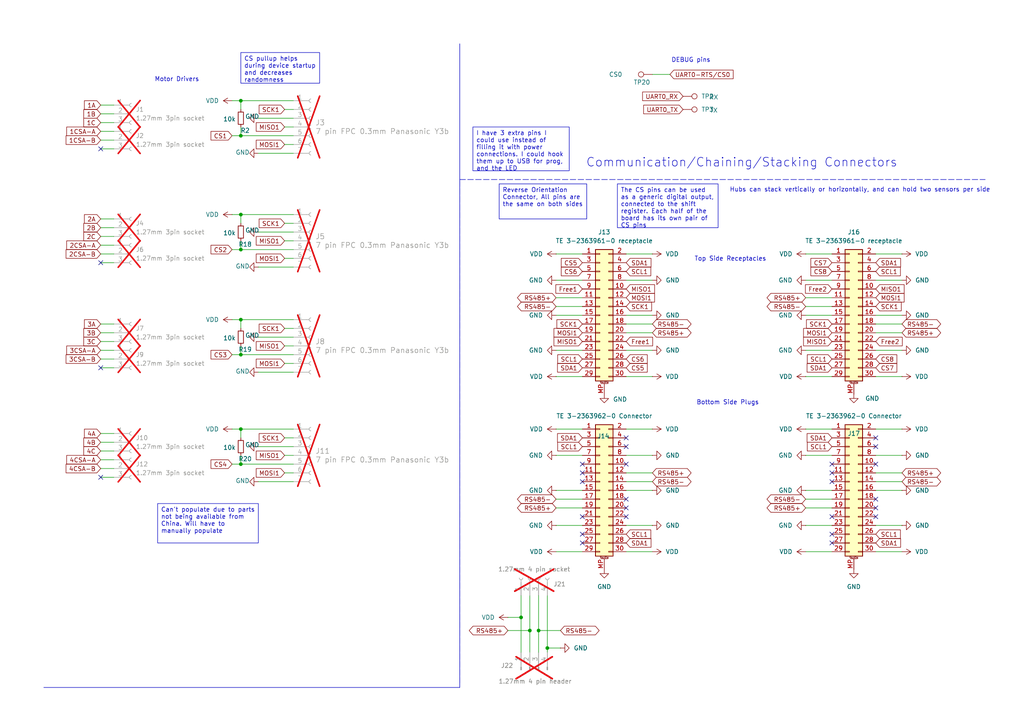
<source format=kicad_sch>
(kicad_sch (version 20231120) (generator "eeschema") (generator_version "8.0")
  (paper "A4")
  (title_block (title "CACKLE -  Hub/Connectors") (date "2024-10-08") (rev "V1") (comment 1 "Licensed under CERN-OHL-S v2") (comment 2 "Author: Asher Edwards"))
  (lib_symbols
    (symbol "Connector:Conn_01x03_Socket" (pin_names (offset 1.016) hide)
      (property "Reference" "J" (at 0 5.08 0))
      (property "Value" "Conn_01x03_Socket" (at 0 -5.08 0))
      (symbol "Conn_01x03_Socket_1_1"
        (pin passive line (at -5.08 2.54 0) (length 3.81) (name "Pin_1") (number "1"))
        (pin passive line (at -5.08 0 0) (length 3.81) (name "Pin_2") (number "2"))
        (pin passive line (at -5.08 -2.54 0) (length 3.81) (name "Pin_3") (number "3"))
      )
    )
    (symbol "Connector:Conn_01x04_Pin" (pin_names (offset 1.016) hide)
      (property "Reference" "J" (at 0 5.08 0))
      (property "Value" "Conn_01x04_Pin" (at 0 -7.62 0))
      (symbol "Conn_01x04_Pin_1_1"
        (pin passive line (at 5.08 2.54 180) (length 3.81) (name "Pin_1") (number "1"))
        (pin passive line (at 5.08 0 180) (length 3.81) (name "Pin_2") (number "2"))
        (pin passive line (at 5.08 -2.54 180) (length 3.81) (name "Pin_3") (number "3"))
        (pin passive line (at 5.08 -5.08 180) (length 3.81) (name "Pin_4") (number "4"))
      )
    )
    (symbol "Connector:Conn_01x04_Socket" (pin_names (offset 1.016) hide)
      (property "Reference" "J" (at 0 5.08 0))
      (property "Value" "Conn_01x04_Socket" (at 0 -7.62 0))
      (symbol "Conn_01x04_Socket_1_1"
        (pin passive line (at -5.08 2.54 0) (length 3.81) (name "Pin_1") (number "1"))
        (pin passive line (at -5.08 0 0) (length 3.81) (name "Pin_2") (number "2"))
        (pin passive line (at -5.08 -2.54 0) (length 3.81) (name "Pin_3") (number "3"))
        (pin passive line (at -5.08 -5.08 0) (length 3.81) (name "Pin_4") (number "4"))
      )
    )
    (symbol "Connector:Conn_01x07_Socket" (pin_names (offset 1.016) hide)
      (property "Reference" "J" (at 0 10.16 0))
      (property "Value" "Conn_01x07_Socket" (at 0 -10.16 0))
      (symbol "Conn_01x07_Socket_1_1"
        (pin passive line (at -5.08 7.62 0) (length 3.81) (name "Pin_1") (number "1"))
        (pin passive line (at -5.08 5.08 0) (length 3.81) (name "Pin_2") (number "2"))
        (pin passive line (at -5.08 2.54 0) (length 3.81) (name "Pin_3") (number "3"))
        (pin passive line (at -5.08 0 0) (length 3.81) (name "Pin_4") (number "4"))
        (pin passive line (at -5.08 -2.54 0) (length 3.81) (name "Pin_5") (number "5"))
        (pin passive line (at -5.08 -5.08 0) (length 3.81) (name "Pin_6") (number "6"))
        (pin passive line (at -5.08 -7.62 0) (length 3.81) (name "Pin_7") (number "7"))
      )
    )
    (symbol "Connector:TestPoint" (pin_numbers hide) (pin_names (offset 0.762) hide)
      (property "Reference" "TP" (at 0 6.858 0))
      (property "Value" "TestPoint" (at 0 5.08 0))
      (symbol "TestPoint_1_1"
        (pin passive line (at 0 0 90) (length 2.54) (name "1") (number "1"))
      )
    )
    (symbol "Connector_Generic_MountingPin:Conn_02x15_Odd_Even_MountingPin" (pin_names (offset 1.016) hide)
      (property "Reference" "J" (at 1.27 20.32 0))
      (property "Value" "Conn_02x15_Odd_Even_MountingPin" (at 2.54 -20.32 0))
      (symbol "Conn_02x15_Odd_Even_MountingPin_1_1"
        (text "Mounting" (at 1.27 -19.431 0) (effects (font (size 0.381 0.381))))
        (pin passive line (at -5.08 17.78 0) (length 3.81) (name "Pin_1") (number "1"))
        (pin passive line (at 7.62 7.62 180) (length 3.81) (name "Pin_10") (number "10"))
        (pin passive line (at -5.08 5.08 0) (length 3.81) (name "Pin_11") (number "11"))
        (pin passive line (at 7.62 5.08 180) (length 3.81) (name "Pin_12") (number "12"))
        (pin passive line (at -5.08 2.54 0) (length 3.81) (name "Pin_13") (number "13"))
        (pin passive line (at 7.62 2.54 180) (length 3.81) (name "Pin_14") (number "14"))
        (pin passive line (at -5.08 0 0) (length 3.81) (name "Pin_15") (number "15"))
        (pin passive line (at 7.62 0 180) (length 3.81) (name "Pin_16") (number "16"))
        (pin passive line (at -5.08 -2.54 0) (length 3.81) (name "Pin_17") (number "17"))
        (pin passive line (at 7.62 -2.54 180) (length 3.81) (name "Pin_18") (number "18"))
        (pin passive line (at -5.08 -5.08 0) (length 3.81) (name "Pin_19") (number "19"))
        (pin passive line (at 7.62 17.78 180) (length 3.81) (name "Pin_2") (number "2"))
        (pin passive line (at 7.62 -5.08 180) (length 3.81) (name "Pin_20") (number "20"))
        (pin passive line (at -5.08 -7.62 0) (length 3.81) (name "Pin_21") (number "21"))
        (pin passive line (at 7.62 -7.62 180) (length 3.81) (name "Pin_22") (number "22"))
        (pin passive line (at -5.08 -10.16 0) (length 3.81) (name "Pin_23") (number "23"))
        (pin passive line (at 7.62 -10.16 180) (length 3.81) (name "Pin_24") (number "24"))
        (pin passive line (at -5.08 -12.7 0) (length 3.81) (name "Pin_25") (number "25"))
        (pin passive line (at 7.62 -12.7 180) (length 3.81) (name "Pin_26") (number "26"))
        (pin passive line (at -5.08 -15.24 0) (length 3.81) (name "Pin_27") (number "27"))
        (pin passive line (at 7.62 -15.24 180) (length 3.81) (name "Pin_28") (number "28"))
        (pin passive line (at -5.08 -17.78 0) (length 3.81) (name "Pin_29") (number "29"))
        (pin passive line (at -5.08 15.24 0) (length 3.81) (name "Pin_3") (number "3"))
        (pin passive line (at 7.62 -17.78 180) (length 3.81) (name "Pin_30") (number "30"))
        (pin passive line (at 7.62 15.24 180) (length 3.81) (name "Pin_4") (number "4"))
        (pin passive line (at -5.08 12.7 0) (length 3.81) (name "Pin_5") (number "5"))
        (pin passive line (at 7.62 12.7 180) (length 3.81) (name "Pin_6") (number "6"))
        (pin passive line (at -5.08 10.16 0) (length 3.81) (name "Pin_7") (number "7"))
        (pin passive line (at 7.62 10.16 180) (length 3.81) (name "Pin_8") (number "8"))
        (pin passive line (at -5.08 7.62 0) (length 3.81) (name "Pin_9") (number "9"))
        (pin passive line (at 1.27 -22.86 90) (length 3.048) (name "MountPin") (number "MP"))
      )
    )
    (symbol "Device:R_Small" (pin_numbers hide) (pin_names (offset 0.254) hide)
      (property "Reference" "R" (at 0.762 0.508 0))
      (property "Value" "R_Small" (at 0.762 -1.016 0))
      (symbol "R_Small_1_1"
        (pin passive line (at 0 2.54 270) (length 0.762) (name "~") (number "1"))
        (pin passive line (at 0 -2.54 90) (length 0.762) (name "~") (number "2"))
      )
    )
    (symbol "power:GND" (power) (pin_numbers hide) (pin_names (offset 0) hide)
      (property "Value" "GND" (at 0 -3.81 0))
      (symbol "GND_1_1"
        (pin power_in line (at 0 0 270) (length 0) (name "~") (number "1"))
      )
    )
    (symbol "power:VDD" (power) (pin_numbers hide) (pin_names (offset 0) hide)
      (property "Value" "VDD" (at 0 3.556 0))
      (symbol "VDD_1_1"
        (pin power_in line (at 0 0 90) (length 0) (name "~") (number "1"))
      )
    )
  )
  (junction (at 69.85 62.23))
  (junction (at 69.85 124.46))
  (junction (at 69.85 134.62))
  (junction (at 158.75 187.96))
  (junction (at 69.85 29.21))
  (junction (at 69.85 102.87))
  (junction (at 151.13 179.07))
  (junction (at 156.21 182.88))
  (junction (at 153.67 182.88))
  (junction (at 69.85 92.71))
  (junction (at 69.85 72.39))
  (junction (at 69.85 39.37))
  (no_connect (at 254 127))
  (no_connect (at 241.3 134.62))
  (no_connect (at 254 129.54))
  (no_connect (at 168.91 157.48))
  (no_connect (at 181.61 149.86))
  (no_connect (at 254 144.78))
  (no_connect (at 29.21 138.43))
  (no_connect (at 168.91 134.62))
  (no_connect (at 241.3 139.7))
  (no_connect (at 181.61 129.54))
  (no_connect (at 254 134.62))
  (no_connect (at 168.91 137.16))
  (no_connect (at 241.3 157.48))
  (no_connect (at 29.21 106.68))
  (no_connect (at 181.61 144.78))
  (no_connect (at 181.61 134.62))
  (no_connect (at 241.3 149.86))
  (no_connect (at 168.91 149.86))
  (no_connect (at 241.3 137.16))
  (no_connect (at 29.21 43.18))
  (no_connect (at 254 149.86))
  (no_connect (at 181.61 127))
  (no_connect (at 241.3 154.94))
  (no_connect (at 254 147.32))
  (no_connect (at 181.61 147.32))
  (no_connect (at 168.91 154.94))
  (no_connect (at 168.91 139.7))
  (no_connect (at 29.21 76.2))
  (wire (pts (xy 233.68 81.28) (xy 241.3 81.28)))
  (wire (pts (xy 69.85 39.37) (xy 85.09 39.37)))
  (wire (pts (xy 69.85 100.33) (xy 69.85 102.87)))
  (wire (pts (xy 82.55 41.91) (xy 85.09 41.91)))
  (wire (pts (xy 69.85 69.85) (xy 69.85 72.39)))
  (wire (pts (xy 189.23 160.02) (xy 181.61 160.02)))
  (wire (pts (xy 69.85 72.39) (xy 85.09 72.39)))
  (wire (pts (xy 153.67 172.72) (xy 153.67 182.88)))
  (wire (pts (xy 29.21 76.2) (xy 33.02 76.2)))
  (wire (pts (xy 161.29 124.46) (xy 168.91 124.46)))
  (wire (pts (xy 151.13 172.72) (xy 151.13 179.07)))
  (wire (pts (xy 161.29 147.32) (xy 168.91 147.32)))
  (wire (pts (xy 29.21 106.68) (xy 33.02 106.68)))
  (wire (pts (xy 158.75 172.72) (xy 158.75 187.96)))
  (wire (pts (xy 261.62 101.6) (xy 254 101.6)))
  (wire (pts (xy 189.23 91.44) (xy 181.61 91.44)))
  (wire (pts (xy 261.62 96.52) (xy 254 96.52)))
  (wire (pts (xy 233.68 124.46) (xy 241.3 124.46)))
  (wire (pts (xy 29.21 43.18) (xy 33.02 43.18)))
  (wire (pts (xy 233.68 152.4) (xy 241.3 152.4)))
  (wire (pts (xy 69.85 36.83) (xy 69.85 39.37)))
  (wire (pts (xy 189.23 101.6) (xy 181.61 101.6)))
  (wire (pts (xy 233.68 88.9) (xy 241.3 88.9)))
  (wire (pts (xy 69.85 62.23) (xy 85.09 62.23)))
  (wire (pts (xy 161.29 144.78) (xy 168.91 144.78)))
  (wire (pts (xy 69.85 62.23) (xy 69.85 64.77)))
  (wire (pts (xy 233.68 86.36) (xy 241.3 86.36)))
  (wire (pts (xy 261.62 137.16) (xy 254 137.16)))
  (wire (pts (xy 161.29 91.44) (xy 168.91 91.44)))
  (wire (pts (xy 69.85 132.08) (xy 69.85 134.62)))
  (wire (pts (xy 29.21 104.14) (xy 33.02 104.14)))
  (polyline (pts (xy 133.35 52.07) (xy 285.75 52.07)) (stroke (width 0) (type dash)))
  (wire (pts (xy 29.21 35.56) (xy 33.02 35.56)))
  (wire (pts (xy 69.85 134.62) (xy 85.09 134.62)))
  (wire (pts (xy 261.62 124.46) (xy 254 124.46)))
  (wire (pts (xy 67.31 29.21) (xy 69.85 29.21)))
  (wire (pts (xy 67.31 72.39) (xy 69.85 72.39)))
  (wire (pts (xy 261.62 132.08) (xy 254 132.08)))
  (wire (pts (xy 74.93 34.29) (xy 85.09 34.29)))
  (wire (pts (xy 158.75 187.96) (xy 162.56 187.96)))
  (wire (pts (xy 189.23 142.24) (xy 181.61 142.24)))
  (wire (pts (xy 161.29 142.24) (xy 168.91 142.24)))
  (wire (pts (xy 261.62 139.7) (xy 254 139.7)))
  (polyline (pts (xy 133.35 12.7) (xy 133.35 199.39)))
  (wire (pts (xy 67.31 124.46) (xy 69.85 124.46)))
  (wire (pts (xy 261.62 152.4) (xy 254 152.4)))
  (wire (pts (xy 74.93 97.79) (xy 85.09 97.79)))
  (wire (pts (xy 82.55 100.33) (xy 85.09 100.33)))
  (wire (pts (xy 29.21 96.52) (xy 33.02 96.52)))
  (wire (pts (xy 233.68 144.78) (xy 241.3 144.78)))
  (wire (pts (xy 189.23 132.08) (xy 181.61 132.08)))
  (wire (pts (xy 29.21 128.27) (xy 33.02 128.27)))
  (wire (pts (xy 74.93 107.95) (xy 85.09 107.95)))
  (wire (pts (xy 189.23 137.16) (xy 181.61 137.16)))
  (wire (pts (xy 29.21 125.73) (xy 33.02 125.73)))
  (wire (pts (xy 161.29 73.66) (xy 168.91 73.66)))
  (wire (pts (xy 261.62 91.44) (xy 254 91.44)))
  (wire (pts (xy 29.21 135.89) (xy 33.02 135.89)))
  (wire (pts (xy 29.21 93.98) (xy 33.02 93.98)))
  (wire (pts (xy 261.62 73.66) (xy 254 73.66)))
  (wire (pts (xy 161.29 88.9) (xy 168.91 88.9)))
  (wire (pts (xy 82.55 105.41) (xy 85.09 105.41)))
  (wire (pts (xy 151.13 179.07) (xy 151.13 189.23)))
  (wire (pts (xy 82.55 69.85) (xy 85.09 69.85)))
  (wire (pts (xy 82.55 36.83) (xy 85.09 36.83)))
  (wire (pts (xy 29.21 71.12) (xy 33.02 71.12)))
  (wire (pts (xy 82.55 127) (xy 85.09 127)))
  (wire (pts (xy 69.85 92.71) (xy 85.09 92.71)))
  (polyline (pts (xy 133.35 198.12) (xy 133.35 52.07)) (stroke (width 0) (type dash)))
  (wire (pts (xy 147.32 179.07) (xy 151.13 179.07)))
  (wire (pts (xy 194.31 21.59) (xy 189.23 21.59)))
  (wire (pts (xy 189.23 109.22) (xy 181.61 109.22)))
  (wire (pts (xy 261.62 93.98) (xy 254 93.98)))
  (wire (pts (xy 29.21 130.81) (xy 33.02 130.81)))
  (wire (pts (xy 29.21 68.58) (xy 33.02 68.58)))
  (wire (pts (xy 261.62 160.02) (xy 254 160.02)))
  (wire (pts (xy 156.21 182.88) (xy 162.56 182.88)))
  (wire (pts (xy 29.21 101.6) (xy 33.02 101.6)))
  (polyline (pts (xy 12.7 199.39) (xy 133.35 199.39)))
  (wire (pts (xy 233.68 147.32) (xy 241.3 147.32)))
  (wire (pts (xy 233.68 91.44) (xy 241.3 91.44)))
  (wire (pts (xy 189.23 152.4) (xy 181.61 152.4)))
  (wire (pts (xy 29.21 63.5) (xy 33.02 63.5)))
  (wire (pts (xy 161.29 160.02) (xy 168.91 160.02)))
  (wire (pts (xy 261.62 142.24) (xy 254 142.24)))
  (wire (pts (xy 82.55 95.25) (xy 85.09 95.25)))
  (wire (pts (xy 69.85 124.46) (xy 85.09 124.46)))
  (wire (pts (xy 29.21 133.35) (xy 33.02 133.35)))
  (wire (pts (xy 261.62 81.28) (xy 254 81.28)))
  (wire (pts (xy 233.68 160.02) (xy 241.3 160.02)))
  (wire (pts (xy 161.29 81.28) (xy 168.91 81.28)))
  (wire (pts (xy 67.31 134.62) (xy 69.85 134.62)))
  (wire (pts (xy 189.23 139.7) (xy 181.61 139.7)))
  (wire (pts (xy 29.21 138.43) (xy 33.02 138.43)))
  (wire (pts (xy 153.67 182.88) (xy 153.67 189.23)))
  (wire (pts (xy 189.23 93.98) (xy 181.61 93.98)))
  (wire (pts (xy 74.93 77.47) (xy 85.09 77.47)))
  (wire (pts (xy 147.32 182.88) (xy 153.67 182.88)))
  (wire (pts (xy 233.68 73.66) (xy 241.3 73.66)))
  (wire (pts (xy 156.21 182.88) (xy 156.21 189.23)))
  (wire (pts (xy 158.75 187.96) (xy 158.75 189.23)))
  (wire (pts (xy 161.29 109.22) (xy 168.91 109.22)))
  (wire (pts (xy 233.68 109.22) (xy 241.3 109.22)))
  (wire (pts (xy 161.29 152.4) (xy 168.91 152.4)))
  (wire (pts (xy 74.93 67.31) (xy 85.09 67.31)))
  (wire (pts (xy 156.21 172.72) (xy 156.21 182.88)))
  (wire (pts (xy 29.21 73.66) (xy 33.02 73.66)))
  (wire (pts (xy 67.31 62.23) (xy 69.85 62.23)))
  (wire (pts (xy 233.68 142.24) (xy 241.3 142.24)))
  (wire (pts (xy 74.93 44.45) (xy 85.09 44.45)))
  (wire (pts (xy 189.23 73.66) (xy 181.61 73.66)))
  (wire (pts (xy 189.23 81.28) (xy 181.61 81.28)))
  (wire (pts (xy 161.29 86.36) (xy 168.91 86.36)))
  (wire (pts (xy 67.31 39.37) (xy 69.85 39.37)))
  (wire (pts (xy 233.68 132.08) (xy 241.3 132.08)))
  (wire (pts (xy 233.68 101.6) (xy 241.3 101.6)))
  (wire (pts (xy 69.85 92.71) (xy 69.85 95.25)))
  (wire (pts (xy 29.21 30.48) (xy 33.02 30.48)))
  (wire (pts (xy 189.23 124.46) (xy 181.61 124.46)))
  (wire (pts (xy 82.55 74.93) (xy 85.09 74.93)))
  (wire (pts (xy 69.85 102.87) (xy 85.09 102.87)))
  (wire (pts (xy 261.62 109.22) (xy 254 109.22)))
  (wire (pts (xy 69.85 124.46) (xy 69.85 127)))
  (wire (pts (xy 29.21 99.06) (xy 33.02 99.06)))
  (wire (pts (xy 189.23 96.52) (xy 181.61 96.52)))
  (wire (pts (xy 29.21 38.1) (xy 33.02 38.1)))
  (wire (pts (xy 82.55 31.75) (xy 85.09 31.75)))
  (wire (pts (xy 74.93 129.54) (xy 85.09 129.54)))
  (wire (pts (xy 82.55 137.16) (xy 85.09 137.16)))
  (wire (pts (xy 67.31 92.71) (xy 69.85 92.71)))
  (wire (pts (xy 161.29 101.6) (xy 168.91 101.6)))
  (wire (pts (xy 82.55 132.08) (xy 85.09 132.08)))
  (wire (pts (xy 74.93 139.7) (xy 85.09 139.7)))
  (wire (pts (xy 69.85 29.21) (xy 69.85 31.75)))
  (wire (pts (xy 69.85 29.21) (xy 85.09 29.21)))
  (wire (pts (xy 29.21 33.02) (xy 33.02 33.02)))
  (wire (pts (xy 29.21 40.64) (xy 33.02 40.64)))
  (wire (pts (xy 82.55 64.77) (xy 85.09 64.77)))
  (wire (pts (xy 67.31 102.87) (xy 69.85 102.87)))
  (wire (pts (xy 29.21 66.04) (xy 33.02 66.04)))
  (wire (pts (xy 161.29 132.08) (xy 168.91 132.08)))
  (text_box "Reverse Orientation Connector, All pins are the same on both sides" (at 144.78 53.34 0) (size 25.4 10.16) (effects (font (size 1.27 1.27)) (justify left top)))
  (text_box "CS pullup helps during device startup and decreases randomness" (at 69.85 15.24 0) (size 22.86 8.89) (effects (font (size 1.27 1.27)) (justify left top)))
  (text_box "Can't populate due to parts not being available from China. Will have to manually populate" (at 45.72 146.05 0) (size 29.21 11.43) (effects (font (size 1.27 1.27)) (justify left top)))
  (text_box "The CS pins can be used as a generic digital output, connected to the shift register. Each half of the board has its own pair of CS pins" (at 179.07 53.34 0) (size 29.21 12.7) (effects (font (size 1.27 1.27)) (justify left top)))
  (text_box "I have 3 extra pins I could use instead of filling it with power connections. I could hook them up to USB for prog, and the LED" (at 137.16 36.83 0) (size 27.94 12.7) (effects (font (size 1.27 1.27)) (justify left top)))
  (text "Communication/Chaining/Stacking Connectors" (at 215.138 47.244 0) (effects (font (size 2.54 2.54))))
  (text "Top Side Receptacles" (at 211.836 75.184 0) (effects (font (size 1.27 1.27))))
  (text "Motor Drivers" (at 51.308 23.114 0) (effects (font (size 1.27 1.27))))
  (text "Hubs can stack vertically or horizontally, and can hold two sensors per side" (at 249.428 55.118 0) (effects (font (size 1.27 1.27))))
  (text "DEBUG pins" (at 200.406 17.526 0) (effects (font (size 1.27 1.27))))
  (text "Bottom Side Plugs" (at 211.074 116.84 0) (effects (font (size 1.27 1.27))))
  (global_label "3A" (shape input) (at 29.21 93.98 180) (property "Intersheetrefs" "${INTERSHEET_REFS}" (effects (hide yes))))
  (global_label "SCK1" (shape input) (at 241.3 93.98 180) (property "Intersheetrefs" "${INTERSHEET_REFS}" (effects (hide yes))))
  (global_label "2CSA-A" (shape input) (at 29.21 71.12 180) (property "Intersheetrefs" "${INTERSHEET_REFS}" (effects (hide yes))))
  (global_label "MOSI1" (shape input) (at 241.3 96.52 180) (property "Intersheetrefs" "${INTERSHEET_REFS}" (effects (hide yes))))
  (global_label "SCL1" (shape input) (at 241.3 129.54 180) (property "Intersheetrefs" "${INTERSHEET_REFS}" (effects (hide yes))))
  (global_label "SDA1" (shape input) (at 168.91 127 180) (property "Intersheetrefs" "${INTERSHEET_REFS}" (effects (hide yes))))
  (global_label "SDA1" (shape input) (at 254 76.2 0) (property "Intersheetrefs" "${INTERSHEET_REFS}" (effects (hide yes))))
  (global_label "SDA1" (shape input) (at 241.3 106.68 180) (property "Intersheetrefs" "${INTERSHEET_REFS}" (effects (hide yes))))
  (global_label "CS2" (shape input) (at 67.31 72.39 180) (property "Intersheetrefs" "${INTERSHEET_REFS}" (effects (hide yes))))
  (global_label "3B" (shape input) (at 29.21 96.52 180) (property "Intersheetrefs" "${INTERSHEET_REFS}" (effects (hide yes))))
  (global_label "SCK1" (shape input) (at 181.61 88.9 0) (property "Intersheetrefs" "${INTERSHEET_REFS}" (effects (hide yes))))
  (global_label "CS4" (shape input) (at 67.31 134.62 180) (property "Intersheetrefs" "${INTERSHEET_REFS}" (effects (hide yes))))
  (global_label "4CSA-A" (shape input) (at 29.21 133.35 180) (property "Intersheetrefs" "${INTERSHEET_REFS}" (effects (hide yes))))
  (global_label "SCK1" (shape input) (at 82.55 95.25 180) (property "Intersheetrefs" "${INTERSHEET_REFS}" (effects (hide yes))))
  (global_label "SCK1" (shape input) (at 82.55 31.75 180) (property "Intersheetrefs" "${INTERSHEET_REFS}" (effects (hide yes))))
  (global_label "CS8" (shape input) (at 241.3 78.74 180) (property "Intersheetrefs" "${INTERSHEET_REFS}" (effects (hide yes))))
  (global_label "RS485+" (shape bidirectional) (at 161.29 147.32 180) (property "Intersheetrefs" "${INTERSHEET_REFS}" (effects (hide yes))))
  (global_label "MISO1" (shape input) (at 82.55 69.85 180) (property "Intersheetrefs" "${INTERSHEET_REFS}" (effects (hide yes))))
  (global_label "3CSA-B" (shape input) (at 29.21 104.14 180) (property "Intersheetrefs" "${INTERSHEET_REFS}" (effects (hide yes))))
  (global_label "RS485-" (shape bidirectional) (at 261.62 139.7 0) (property "Intersheetrefs" "${INTERSHEET_REFS}" (effects (hide yes))))
  (global_label "CS5" (shape input) (at 181.61 106.68 0) (property "Intersheetrefs" "${INTERSHEET_REFS}" (effects (hide yes))))
  (global_label "2CSA-B" (shape input) (at 29.21 73.66 180) (property "Intersheetrefs" "${INTERSHEET_REFS}" (effects (hide yes))))
  (global_label "4B" (shape input) (at 29.21 128.27 180) (property "Intersheetrefs" "${INTERSHEET_REFS}" (effects (hide yes))))
  (global_label "MISO1" (shape input) (at 168.91 99.06 180) (property "Intersheetrefs" "${INTERSHEET_REFS}" (effects (hide yes))))
  (global_label "RS485+" (shape bidirectional) (at 261.62 137.16 0) (property "Intersheetrefs" "${INTERSHEET_REFS}" (effects (hide yes))))
  (global_label "SCL1" (shape input) (at 168.91 104.14 180) (property "Intersheetrefs" "${INTERSHEET_REFS}" (effects (hide yes))))
  (global_label "RS485+" (shape bidirectional) (at 233.68 147.32 180) (property "Intersheetrefs" "${INTERSHEET_REFS}" (effects (hide yes))))
  (global_label "MOSI1" (shape input) (at 82.55 41.91 180) (property "Intersheetrefs" "${INTERSHEET_REFS}" (effects (hide yes))))
  (global_label "SCL1" (shape input) (at 241.3 104.14 180) (property "Intersheetrefs" "${INTERSHEET_REFS}" (effects (hide yes))))
  (global_label "RS485+" (shape bidirectional) (at 261.62 96.52 0) (property "Intersheetrefs" "${INTERSHEET_REFS}" (effects (hide yes))))
  (global_label "SDA1" (shape input) (at 254 157.48 0) (property "Intersheetrefs" "${INTERSHEET_REFS}" (effects (hide yes))))
  (global_label "Free1" (shape input) (at 181.61 99.06 0) (property "Intersheetrefs" "${INTERSHEET_REFS}" (effects (hide yes))))
  (global_label "RS485-" (shape bidirectional) (at 162.56 182.88 0) (property "Intersheetrefs" "${INTERSHEET_REFS}" (effects (hide yes))))
  (global_label "MOSI1" (shape input) (at 181.61 86.36 0) (property "Intersheetrefs" "${INTERSHEET_REFS}" (effects (hide yes))))
  (global_label "CS8" (shape input) (at 254 104.14 0) (property "Intersheetrefs" "${INTERSHEET_REFS}" (effects (hide yes))))
  (global_label "CS6" (shape input) (at 168.91 78.74 180) (property "Intersheetrefs" "${INTERSHEET_REFS}" (effects (hide yes))))
  (global_label "SCK1" (shape input) (at 254 88.9 0) (property "Intersheetrefs" "${INTERSHEET_REFS}" (effects (hide yes))))
  (global_label "4C" (shape input) (at 29.21 130.81 180) (property "Intersheetrefs" "${INTERSHEET_REFS}" (effects (hide yes))))
  (global_label "CS7" (shape input) (at 241.3 76.2 180) (property "Intersheetrefs" "${INTERSHEET_REFS}" (effects (hide yes))))
  (global_label "UART0_RX" (shape input) (at 198.12 27.94 180) (property "Intersheetrefs" "${INTERSHEET_REFS}" (effects (hide yes))))
  (global_label "SCL1" (shape input) (at 254 154.94 0) (property "Intersheetrefs" "${INTERSHEET_REFS}" (effects (hide yes))))
  (global_label "SCL1" (shape input) (at 168.91 129.54 180) (property "Intersheetrefs" "${INTERSHEET_REFS}" (effects (hide yes))))
  (global_label "4CSA-B" (shape input) (at 29.21 135.89 180) (property "Intersheetrefs" "${INTERSHEET_REFS}" (effects (hide yes))))
  (global_label "2C" (shape input) (at 29.21 68.58 180) (property "Intersheetrefs" "${INTERSHEET_REFS}" (effects (hide yes))))
  (global_label "MISO1" (shape input) (at 82.55 132.08 180) (property "Intersheetrefs" "${INTERSHEET_REFS}" (effects (hide yes))))
  (global_label "RS485-" (shape bidirectional) (at 189.23 139.7 0) (property "Intersheetrefs" "${INTERSHEET_REFS}" (effects (hide yes))))
  (global_label "RS485+" (shape bidirectional) (at 161.29 86.36 180) (property "Intersheetrefs" "${INTERSHEET_REFS}" (effects (hide yes))))
  (global_label "Free2" (shape input) (at 241.3 83.82 180) (property "Intersheetrefs" "${INTERSHEET_REFS}" (effects (hide yes))))
  (global_label "RS485-" (shape bidirectional) (at 233.68 144.78 180) (property "Intersheetrefs" "${INTERSHEET_REFS}" (effects (hide yes))))
  (global_label "CS7" (shape input) (at 254 106.68 0) (property "Intersheetrefs" "${INTERSHEET_REFS}" (effects (hide yes))))
  (global_label "SCL1" (shape input) (at 181.61 154.94 0) (property "Intersheetrefs" "${INTERSHEET_REFS}" (effects (hide yes))))
  (global_label "RS485-" (shape bidirectional) (at 189.23 93.98 0) (property "Intersheetrefs" "${INTERSHEET_REFS}" (effects (hide yes))))
  (global_label "UART0_TX" (shape input) (at 198.12 31.75 180) (property "Intersheetrefs" "${INTERSHEET_REFS}" (effects (hide yes))))
  (global_label "RS485-" (shape bidirectional) (at 161.29 144.78 180) (property "Intersheetrefs" "${INTERSHEET_REFS}" (effects (hide yes))))
  (global_label "MOSI1" (shape input) (at 82.55 137.16 180) (property "Intersheetrefs" "${INTERSHEET_REFS}" (effects (hide yes))))
  (global_label "MOSI1" (shape input) (at 82.55 74.93 180) (property "Intersheetrefs" "${INTERSHEET_REFS}" (effects (hide yes))))
  (global_label "2B" (shape input) (at 29.21 66.04 180) (property "Intersheetrefs" "${INTERSHEET_REFS}" (effects (hide yes))))
  (global_label "MISO1" (shape input) (at 82.55 100.33 180) (property "Intersheetrefs" "${INTERSHEET_REFS}" (effects (hide yes))))
  (global_label "1C" (shape input) (at 29.21 35.56 180) (property "Intersheetrefs" "${INTERSHEET_REFS}" (effects (hide yes))))
  (global_label "SCK1" (shape input) (at 82.55 64.77 180) (property "Intersheetrefs" "${INTERSHEET_REFS}" (effects (hide yes))))
  (global_label "RS485-" (shape bidirectional) (at 233.68 88.9 180) (property "Intersheetrefs" "${INTERSHEET_REFS}" (effects (hide yes))))
  (global_label "RS485-" (shape bidirectional) (at 161.29 88.9 180) (property "Intersheetrefs" "${INTERSHEET_REFS}" (effects (hide yes))))
  (global_label "MISO1" (shape input) (at 241.3 99.06 180) (property "Intersheetrefs" "${INTERSHEET_REFS}" (effects (hide yes))))
  (global_label "SDA1" (shape input) (at 181.61 76.2 0) (property "Intersheetrefs" "${INTERSHEET_REFS}" (effects (hide yes))))
  (global_label "SCK1" (shape input) (at 168.91 93.98 180) (property "Intersheetrefs" "${INTERSHEET_REFS}" (effects (hide yes))))
  (global_label "RS485+" (shape bidirectional) (at 147.32 182.88 180) (property "Intersheetrefs" "${INTERSHEET_REFS}" (effects (hide yes))))
  (global_label "RS485-" (shape bidirectional) (at 261.62 93.98 0) (property "Intersheetrefs" "${INTERSHEET_REFS}" (effects (hide yes))))
  (global_label "SCK1" (shape input) (at 82.55 127 180) (property "Intersheetrefs" "${INTERSHEET_REFS}" (effects (hide yes))))
  (global_label "CS5" (shape input) (at 168.91 76.2 180) (property "Intersheetrefs" "${INTERSHEET_REFS}" (effects (hide yes))))
  (global_label "SDA1" (shape input) (at 241.3 127 180) (property "Intersheetrefs" "${INTERSHEET_REFS}" (effects (hide yes))))
  (global_label "UART0-RTS{slash}CS0" (shape input) (at 194.31 21.59 0) (property "Intersheetrefs" "${INTERSHEET_REFS}" (effects (hide yes))))
  (global_label "3C" (shape input) (at 29.21 99.06 180) (property "Intersheetrefs" "${INTERSHEET_REFS}" (effects (hide yes))))
  (global_label "SDA1" (shape input) (at 168.91 106.68 180) (property "Intersheetrefs" "${INTERSHEET_REFS}" (effects (hide yes))))
  (global_label "1CSA-A" (shape input) (at 29.21 38.1 180) (property "Intersheetrefs" "${INTERSHEET_REFS}" (effects (hide yes))))
  (global_label "3CSA-A" (shape input) (at 29.21 101.6 180) (property "Intersheetrefs" "${INTERSHEET_REFS}" (effects (hide yes))))
  (global_label "MOSI1" (shape input) (at 82.55 105.41 180) (property "Intersheetrefs" "${INTERSHEET_REFS}" (effects (hide yes))))
  (global_label "MISO1" (shape input) (at 254 83.82 0) (property "Intersheetrefs" "${INTERSHEET_REFS}" (effects (hide yes))))
  (global_label "SDA1" (shape input) (at 181.61 157.48 0) (property "Intersheetrefs" "${INTERSHEET_REFS}" (effects (hide yes))))
  (global_label "MOSI1" (shape input) (at 254 86.36 0) (property "Intersheetrefs" "${INTERSHEET_REFS}" (effects (hide yes))))
  (global_label "RS485+" (shape bidirectional) (at 233.68 86.36 180) (property "Intersheetrefs" "${INTERSHEET_REFS}" (effects (hide yes))))
  (global_label "MISO1" (shape input) (at 82.55 36.83 180) (property "Intersheetrefs" "${INTERSHEET_REFS}" (effects (hide yes))))
  (global_label "SCL1" (shape input) (at 254 78.74 0) (property "Intersheetrefs" "${INTERSHEET_REFS}" (effects (hide yes))))
  (global_label "MOSI1" (shape input) (at 168.91 96.52 180) (property "Intersheetrefs" "${INTERSHEET_REFS}" (effects (hide yes))))
  (global_label "2A" (shape input) (at 29.21 63.5 180) (property "Intersheetrefs" "${INTERSHEET_REFS}" (effects (hide yes))))
  (global_label "RS485+" (shape bidirectional) (at 189.23 137.16 0) (property "Intersheetrefs" "${INTERSHEET_REFS}" (effects (hide yes))))
  (global_label "Free2" (shape input) (at 254 99.06 0) (property "Intersheetrefs" "${INTERSHEET_REFS}" (effects (hide yes))))
  (global_label "CS3" (shape input) (at 67.31 102.87 180) (property "Intersheetrefs" "${INTERSHEET_REFS}" (effects (hide yes))))
  (global_label "Free1" (shape input) (at 168.91 83.82 180) (property "Intersheetrefs" "${INTERSHEET_REFS}" (effects (hide yes))))
  (global_label "RS485+" (shape bidirectional) (at 189.23 96.52 0) (property "Intersheetrefs" "${INTERSHEET_REFS}" (effects (hide yes))))
  (global_label "CS1" (shape input) (at 67.31 39.37 180) (property "Intersheetrefs" "${INTERSHEET_REFS}" (effects (hide yes))))
  (global_label "MISO1" (shape input) (at 181.61 83.82 0) (property "Intersheetrefs" "${INTERSHEET_REFS}" (effects (hide yes))))
  (global_label "4A" (shape input) (at 29.21 125.73 180) (property "Intersheetrefs" "${INTERSHEET_REFS}" (effects (hide yes))))
  (global_label "SCL1" (shape input) (at 181.61 78.74 0) (property "Intersheetrefs" "${INTERSHEET_REFS}" (effects (hide yes))))
  (global_label "1B" (shape input) (at 29.21 33.02 180) (property "Intersheetrefs" "${INTERSHEET_REFS}" (effects (hide yes))))
  (global_label "1A" (shape input) (at 29.21 30.48 180) (property "Intersheetrefs" "${INTERSHEET_REFS}" (effects (hide yes))))
  (global_label "CS6" (shape input) (at 181.61 104.14 0) (property "Intersheetrefs" "${INTERSHEET_REFS}" (effects (hide yes))))
  (global_label "1CSA-B" (shape input) (at 29.21 40.64 180) (property "Intersheetrefs" "${INTERSHEET_REFS}" (effects (hide yes))))
  (symbol (lib_id "power:GND") (at 261.62 152.4 90) (mirror x) (unit 1)
    (property "Reference" "#PWR050" (effects (hide yes)))
    (property "Value" "GND" (at 265.43 152.3999 90) (effects (justify right)))
    (property "Description" "Power symbol creates a global label with name \"GND\" , ground" (effects (hide yes)))
  )
  (symbol (lib_id "power:VDD") (at 233.68 124.46 90) (mirror x) (unit 1)
    (property "Reference" "#PWR043" (effects (hide yes)))
    (property "Value" "VDD" (at 229.87 124.4601 90) (effects (justify left)))
    (property "Description" "Power symbol creates a global label with name \"VDD\"" (effects (hide yes)))
  )
  (symbol (lib_id "power:VDD") (at 233.68 109.22 90) (unit 1)
    (property "Reference" "#PWR062" (effects (hide yes)))
    (property "Value" "VDD" (at 229.87 109.2199 90) (effects (justify left)))
    (property "Description" "Power symbol creates a global label with name \"VDD\"" (effects (hide yes)))
  )
  (symbol (lib_id "Connector:Conn_01x03_Socket") (at 38.1 135.89 0) (unit 1) (dnp yes)
    (property "Reference" "J12" (at 39.37 134.6199 0) (effects (justify left)))
    (property "Value" "1.27mm 3pin socket" (at 39.37 137.1599 0) (effects (justify left)))
    (property "Footprint" "Connector_PinHeader_1.27mm:PinHeader_1x03_P1.27mm_Vertical" (effects (hide yes)))
    (property "Description" "Generic connector, single row, 01x03, script generated" (effects (hide yes)))
  )
  (symbol (lib_id "power:GND") (at 161.29 91.44 270) (unit 1)
    (property "Reference" "#PWR053" (effects (hide yes)))
    (property "Value" "GND" (at 157.48 91.4399 90) (effects (justify right)))
    (property "Description" "Power symbol creates a global label with name \"GND\" , ground" (effects (hide yes)))
  )
  (symbol (lib_id "power:GND") (at 175.26 114.3 0) (unit 1)
    (property "Reference" "#PWR051" (effects (hide yes)))
    (property "Value" "GND" (at 179.832 115.824 0))
    (property "Description" "Power symbol creates a global label with name \"GND\" , ground" (effects (hide yes)))
  )
  (symbol (lib_id "power:GND") (at 233.68 81.28 270) (unit 1)
    (property "Reference" "#PWR041" (effects (hide yes)))
    (property "Value" "GND" (at 229.87 81.2799 90) (effects (justify right)))
    (property "Description" "Power symbol creates a global label with name \"GND\" , ground" (effects (hide yes)))
  )
  (symbol (lib_id "power:GND") (at 261.62 142.24 90) (mirror x) (unit 1)
    (property "Reference" "#PWR048" (effects (hide yes)))
    (property "Value" "GND" (at 265.43 142.2399 90) (effects (justify right)))
    (property "Description" "Power symbol creates a global label with name \"GND\" , ground" (effects (hide yes)))
  )
  (symbol (lib_id "power:GND") (at 74.93 139.7 270) (unit 1)
    (property "Reference" "#PWR033" (effects (hide yes)))
    (property "Value" "GND" (at 70.358 139.446 90))
    (property "Description" "Power symbol creates a global label with name \"GND\" , ground" (effects (hide yes)))
  )
  (symbol (lib_id "power:GND") (at 261.62 101.6 90) (unit 1)
    (property "Reference" "#PWR061" (effects (hide yes)))
    (property "Value" "GND" (at 265.43 101.6001 90) (effects (justify right)))
    (property "Description" "Power symbol creates a global label with name \"GND\" , ground" (effects (hide yes)))
  )
  (symbol (lib_id "Connector:Conn_01x03_Socket") (at 38.1 33.02 0) (unit 1) (dnp yes)
    (property "Reference" "J1" (at 39.37 31.7499 0) (effects (justify left)))
    (property "Value" "1.27mm 3pin socket" (at 39.37 34.2899 0) (effects (justify left)))
    (property "Footprint" "Connector_PinHeader_1.27mm:PinHeader_1x03_P1.27mm_Vertical" (effects (hide yes)))
    (property "Description" "Generic connector, single row, 01x03, script generated" (effects (hide yes)))
  )
  (symbol (lib_id "power:GND") (at 233.68 132.08 270) (mirror x) (unit 1)
    (property "Reference" "#PWR045" (effects (hide yes)))
    (property "Value" "GND" (at 229.87 132.0801 90) (effects (justify right)))
    (property "Description" "Power symbol creates a global label with name \"GND\" , ground" (effects (hide yes)))
  )
  (symbol (lib_id "Connector:Conn_01x03_Socket") (at 38.1 104.14 0) (unit 1) (dnp yes)
    (property "Reference" "J9" (at 39.37 102.8699 0) (effects (justify left)))
    (property "Value" "1.27mm 3pin socket" (at 39.37 105.4099 0) (effects (justify left)))
    (property "Footprint" "Connector_PinHeader_1.27mm:PinHeader_1x03_P1.27mm_Vertical" (effects (hide yes)))
    (property "Description" "Generic connector, single row, 01x03, script generated" (effects (hide yes)))
  )
  (symbol (lib_id "power:GND") (at 261.62 91.44 90) (unit 1)
    (property "Reference" "#PWR059" (effects (hide yes)))
    (property "Value" "GND" (at 265.43 91.4401 90) (effects (justify right)))
    (property "Description" "Power symbol creates a global label with name \"GND\" , ground" (effects (hide yes)))
  )
  (symbol (lib_id "power:VDD") (at 67.31 124.46 90) (unit 1)
    (property "Reference" "#PWR031" (effects (hide yes)))
    (property "Value" "VDD" (at 63.5 124.4599 90) (effects (justify left)))
    (property "Description" "Power symbol creates a global label with name \"VDD\"" (effects (hide yes)))
  )
  (symbol (lib_id "power:GND") (at 161.29 152.4 270) (mirror x) (unit 1)
    (property "Reference" "#PWR067" (effects (hide yes)))
    (property "Value" "GND" (at 157.48 152.4001 90) (effects (justify right)))
    (property "Description" "Power symbol creates a global label with name \"GND\" , ground" (effects (hide yes)))
  )
  (symbol (lib_id "power:GND") (at 161.29 81.28 270) (unit 1)
    (property "Reference" "#PWR011" (effects (hide yes)))
    (property "Value" "GND" (at 157.48 81.2799 90) (effects (justify right)))
    (property "Description" "Power symbol creates a global label with name \"GND\" , ground" (effects (hide yes)))
  )
  (symbol (lib_id "power:GND") (at 261.62 132.08 90) (mirror x) (unit 1)
    (property "Reference" "#PWR046" (effects (hide yes)))
    (property "Value" "GND" (at 265.43 132.0799 90) (effects (justify right)))
    (property "Description" "Power symbol creates a global label with name \"GND\" , ground" (effects (hide yes)))
  )
  (symbol (lib_id "power:VDD") (at 67.31 62.23 90) (unit 1)
    (property "Reference" "#PWR022" (effects (hide yes)))
    (property "Value" "VDD" (at 63.5 62.2299 90) (effects (justify left)))
    (property "Description" "Power symbol creates a global label with name \"VDD\"" (effects (hide yes)))
  )
  (symbol (lib_id "Connector:Conn_01x07_Socket") (at 90.17 69.85 0) (unit 1) (dnp yes)
    (property "Reference" "J5" (at 91.44 68.5799 0) (effects (font (size 1.524 1.524)) (justify left)))
    (property "Value" "7 pin FPC 0.3mm Panasonic Y3b" (at 91.44 71.1199 0) (effects (font (size 1.524 1.524)) (justify left)))
    (property "Footprint" "custom_Interface_HID:fpc_7pin_0.3mm_connector Panasonic" (effects (hide yes)))
    (property "Description" "Generic connector, single row, 01x07, script generated" (effects (hide yes)))
  )
  (symbol (lib_id "power:GND") (at 233.68 91.44 270) (unit 1)
    (property "Reference" "#PWR058" (effects (hide yes)))
    (property "Value" "GND" (at 229.87 91.4399 90) (effects (justify right)))
    (property "Description" "Power symbol creates a global label with name \"GND\" , ground" (effects (hide yes)))
  )
  (symbol (lib_id "power:VDD") (at 161.29 124.46 90) (mirror x) (unit 1)
    (property "Reference" "#PWR073" (effects (hide yes)))
    (property "Value" "VDD" (at 157.48 124.4601 90) (effects (justify left)))
    (property "Description" "Power symbol creates a global label with name \"VDD\"" (effects (hide yes)))
  )
  (symbol (lib_id "power:GND") (at 74.93 97.79 270) (unit 1)
    (property "Reference" "#PWR028" (effects (hide yes)))
    (property "Value" "GND" (at 73.152 97.282 90))
    (property "Description" "Power symbol creates a global label with name \"GND\" , ground" (effects (hide yes)))
  )
  (symbol (lib_id "power:GND") (at 233.68 101.6 270) (unit 1)
    (property "Reference" "#PWR060" (effects (hide yes)))
    (property "Value" "GND" (at 229.87 101.5999 90) (effects (justify right)))
    (property "Description" "Power symbol creates a global label with name \"GND\" , ground" (effects (hide yes)))
  )
  (symbol (lib_id "power:GND") (at 233.68 142.24 270) (mirror x) (unit 1)
    (property "Reference" "#PWR047" (effects (hide yes)))
    (property "Value" "GND" (at 229.87 142.2401 90) (effects (justify right)))
    (property "Description" "Power symbol creates a global label with name \"GND\" , ground" (effects (hide yes)))
  )
  (symbol (lib_id "Device:R_Small") (at 69.85 129.54 0) (unit 1)
    (property "Reference" "R20" (at 71.12 133.096 0))
    (property "Value" "10k" (at 66.548 129.794 0))
    (property "Footprint" "Resistor_SMD:R_0402_1005Metric" (effects (hide yes)))
    (property "Description" "Resistor, small symbol" (effects (hide yes)))
    (property "LCSC" "C25744" (effects (hide yes)))
  )
  (symbol (lib_id "power:VDD") (at 189.23 160.02 270) (mirror x) (unit 1)
    (property "Reference" "#PWR066" (effects (hide yes)))
    (property "Value" "VDD" (at 193.04 160.0199 90) (effects (justify left)))
    (property "Description" "Power symbol creates a global label with name \"VDD\"" (effects (hide yes)))
  )
  (symbol (lib_id "power:VDD") (at 161.29 160.02 90) (mirror x) (unit 1)
    (property "Reference" "#PWR065" (effects (hide yes)))
    (property "Value" "VDD" (at 157.48 160.0201 90) (effects (justify left)))
    (property "Description" "Power symbol creates a global label with name \"VDD\"" (effects (hide yes)))
  )
  (symbol (lib_id "Connector:Conn_01x03_Socket") (at 38.1 128.27 0) (unit 1) (dnp yes)
    (property "Reference" "J10" (at 39.37 126.9999 0) (effects (justify left)))
    (property "Value" "1.27mm 3pin socket" (at 39.37 129.5399 0) (effects (justify left)))
    (property "Footprint" "Connector_PinHeader_1.27mm:PinHeader_1x03_P1.27mm_Vertical" (effects (hide yes)))
    (property "Description" "Generic connector, single row, 01x03, script generated" (effects (hide yes)))
  )
  (symbol (lib_id "power:VDD") (at 261.62 73.66 270) (unit 1)
    (property "Reference" "#PWR040" (effects (hide yes)))
    (property "Value" "VDD" (at 265.43 73.6601 90) (effects (justify left)))
    (property "Description" "Power symbol creates a global label with name \"VDD\"" (effects (hide yes)))
  )
  (symbol (lib_id "power:GND") (at 74.93 67.31 270) (unit 1)
    (property "Reference" "#PWR023" (effects (hide yes)))
    (property "Value" "GND" (at 73.152 66.802 90))
    (property "Description" "Power symbol creates a global label with name \"GND\" , ground" (effects (hide yes)))
  )
  (symbol (lib_id "Connector:Conn_01x03_Socket") (at 38.1 40.64 0) (unit 1) (dnp yes)
    (property "Reference" "J2" (at 39.37 39.3699 0) (effects (justify left)))
    (property "Value" "1.27mm 3pin socket" (at 39.37 41.9099 0) (effects (justify left)))
    (property "Footprint" "Connector_PinHeader_1.27mm:PinHeader_1x03_P1.27mm_Vertical" (effects (hide yes)))
    (property "Description" "Generic connector, single row, 01x03, script generated" (effects (hide yes)))
  )
  (symbol (lib_id "Connector_Generic_MountingPin:Conn_02x15_Odd_Even_MountingPin") (at 173.99 142.24 0) (unit 1)
    (property "Reference" "J14" (at 175.006 126.492 0))
    (property "Value" "TE 3-2363962-0 Connector" (at 175.26 120.65 0))
    (property "Footprint" "custom_testpoints:TE_mezzanine_conn_3-2363962-0" (effects (hide yes)))
    (property "Description" "Generic connectable mounting pin connector, double row, 02x15, odd/even pin numbering scheme (row 1 odd numbers, row 2 even numbers), script generated (kicad-library-utils/schlib/autogen/connector/)" (effects (hide yes)))
    (property "LCSC" "C425104" (effects (hide yes)))
  )
  (symbol (lib_id "Device:R_Small") (at 69.85 97.79 0) (unit 1)
    (property "Reference" "R19" (at 71.12 101.346 0))
    (property "Value" "10k" (at 66.548 98.044 0))
    (property "Footprint" "Resistor_SMD:R_0402_1005Metric" (effects (hide yes)))
    (property "Description" "Resistor, small symbol" (effects (hide yes)))
    (property "LCSC" "C25744" (effects (hide yes)))
  )
  (symbol (lib_id "Connector_Generic_MountingPin:Conn_02x15_Odd_Even_MountingPin") (at 246.38 142.24 0) (unit 1)
    (property "Reference" "J17" (at 247.65 125.73 0))
    (property "Value" "TE 3-2363962-0 Connector" (at 247.65 120.65 0))
    (property "Footprint" "custom_testpoints:TE_mezzanine_conn_3-2363962-0" (effects (hide yes)))
    (property "Description" "Generic connectable mounting pin connector, double row, 02x15, odd/even pin numbering scheme (row 1 odd numbers, row 2 even numbers), script generated (kicad-library-utils/schlib/autogen/connector/)" (effects (hide yes)))
    (property "LCSC" "C425104" (effects (hide yes)))
  )
  (symbol (lib_id "power:VDD") (at 189.23 124.46 270) (mirror x) (unit 1)
    (property "Reference" "#PWR074" (effects (hide yes)))
    (property "Value" "VDD" (at 193.04 124.4599 90) (effects (justify left)))
    (property "Description" "Power symbol creates a global label with name \"VDD\"" (effects (hide yes)))
  )
  (symbol (lib_id "power:VDD") (at 67.31 29.21 90) (unit 1)
    (property "Reference" "#PWR013" (effects (hide yes)))
    (property "Value" "VDD" (at 63.5 29.2099 90) (effects (justify left)))
    (property "Description" "Power symbol creates a global label with name \"VDD\"" (effects (hide yes)))
  )
  (symbol (lib_id "Connector:Conn_01x07_Socket") (at 90.17 36.83 0) (unit 1) (dnp yes)
    (property "Reference" "J3" (at 91.44 35.5599 0) (effects (font (size 1.524 1.524)) (justify left)))
    (property "Value" "7 pin FPC 0.3mm Panasonic Y3b" (at 91.44 38.0999 0) (effects (font (size 1.524 1.524)) (justify left)))
    (property "Footprint" "custom_Interface_HID:fpc_7pin_0.3mm_connector Panasonic" (effects (hide yes)))
    (property "Description" "Generic connector, single row, 01x07, script generated" (effects (hide yes)))
  )
  (symbol (lib_id "Connector_Generic_MountingPin:Conn_02x15_Odd_Even_MountingPin") (at 173.99 91.44 0) (unit 1)
    (property "Reference" "J13" (at 175.26 67.31 0))
    (property "Value" "TE 3-2363961-0 receptacle" (at 175.26 69.85 0))
    (property "Footprint" "custom_testpoints:TE_mezzanine_rec_3-2363961-0" (effects (hide yes)))
    (property "Description" "Generic connectable mounting pin connector, double row, 02x15, odd/even pin numbering scheme (row 1 odd numbers, row 2 even numbers), script generated (kicad-library-utils/schlib/autogen/connector/)" (effects (hide yes)))
    (property "LCSC" "C425103" (effects (hide yes)))
  )
  (symbol (lib_id "Connector:Conn_01x04_Socket") (at 153.67 167.64 90) (unit 1) (dnp yes)
    (property "Reference" "J21" (at 162.306 169.418 90))
    (property "Value" "1.27mm 4 pin socket" (at 154.94 165.1 90))
    (property "Footprint" "Connector_PinSocket_1.27mm:PinSocket_1x04_P1.27mm_Vertical" (effects (hide yes)))
    (property "Description" "Generic connector, single row, 01x04, script generated" (effects (hide yes)))
  )
  (symbol (lib_id "power:VDD") (at 67.31 92.71 90) (unit 1)
    (property "Reference" "#PWR027" (effects (hide yes)))
    (property "Value" "VDD" (at 63.5 92.7099 90) (effects (justify left)))
    (property "Description" "Power symbol creates a global label with name \"VDD\"" (effects (hide yes)))
  )
  (symbol (lib_id "power:GND") (at 161.29 142.24 270) (mirror x) (unit 1)
    (property "Reference" "#PWR069" (effects (hide yes)))
    (property "Value" "GND" (at 157.48 142.2401 90) (effects (justify right)))
    (property "Description" "Power symbol creates a global label with name \"GND\" , ground" (effects (hide yes)))
  )
  (symbol (lib_id "power:VDD") (at 161.29 109.22 90) (unit 1)
    (property "Reference" "#PWR02" (effects (hide yes)))
    (property "Value" "VDD" (at 157.48 109.2199 90) (effects (justify left)))
    (property "Description" "Power symbol creates a global label with name \"VDD\"" (effects (hide yes)))
  )
  (symbol (lib_id "power:GND") (at 175.26 165.1 0) (unit 1)
    (property "Reference" "#PWR075" (effects (hide yes)))
    (property "Value" "GND" (at 175.26 170.18 0))
    (property "Description" "Power symbol creates a global label with name \"GND\" , ground" (effects (hide yes)))
  )
  (symbol (lib_id "power:GND") (at 74.93 107.95 270) (unit 1)
    (property "Reference" "#PWR030" (effects (hide yes)))
    (property "Value" "GND" (at 70.358 107.696 90))
    (property "Description" "Power symbol creates a global label with name \"GND\" , ground" (effects (hide yes)))
  )
  (symbol (lib_id "Connector:Conn_01x07_Socket") (at 90.17 132.08 0) (unit 1) (dnp yes)
    (property "Reference" "J11" (at 91.44 130.8099 0) (effects (font (size 1.524 1.524)) (justify left)))
    (property "Value" "7 pin FPC 0.3mm Panasonic Y3b" (at 91.44 133.3499 0) (effects (font (size 1.524 1.524)) (justify left)))
    (property "Footprint" "custom_Interface_HID:fpc_7pin_0.3mm_connector Panasonic" (effects (hide yes)))
    (property "Description" "Generic connector, single row, 01x07, script generated" (effects (hide yes)))
  )
  (symbol (lib_id "Device:R_Small") (at 69.85 67.31 0) (unit 1)
    (property "Reference" "R18" (at 71.12 70.866 0))
    (property "Value" "10k" (at 66.548 67.564 0))
    (property "Footprint" "Resistor_SMD:R_0402_1005Metric" (effects (hide yes)))
    (property "Description" "Resistor, small symbol" (effects (hide yes)))
    (property "LCSC" "C25744" (effects (hide yes)))
  )
  (symbol (lib_id "Connector:Conn_01x03_Socket") (at 38.1 66.04 0) (unit 1) (dnp yes)
    (property "Reference" "J4" (at 39.37 64.7699 0) (effects (justify left)))
    (property "Value" "1.27mm 3pin socket" (at 39.37 67.3099 0) (effects (justify left)))
    (property "Footprint" "Connector_PinHeader_1.27mm:PinHeader_1x03_P1.27mm_Vertical" (effects (hide yes)))
    (property "Description" "Generic connector, single row, 01x03, script generated" (effects (hide yes)))
  )
  (symbol (lib_id "Connector:Conn_01x03_Socket") (at 38.1 73.66 0) (unit 1) (dnp yes)
    (property "Reference" "J6" (at 39.37 72.3899 0) (effects (justify left)))
    (property "Value" "1.27mm 3pin socket" (at 39.37 74.9299 0) (effects (justify left)))
    (property "Footprint" "Connector_PinHeader_1.27mm:PinHeader_1x03_P1.27mm_Vertical" (effects (hide yes)))
    (property "Description" "Generic connector, single row, 01x03, script generated" (effects (hide yes)))
  )
  (symbol (lib_id "power:GND") (at 247.65 165.1 0) (unit 1)
    (property "Reference" "#PWR078" (effects (hide yes)))
    (property "Value" "GND" (at 247.65 170.18 0))
    (property "Description" "Power symbol creates a global label with name \"GND\" , ground" (effects (hide yes)))
  )
  (symbol (lib_id "power:GND") (at 261.62 81.28 90) (unit 1)
    (property "Reference" "#PWR042" (effects (hide yes)))
    (property "Value" "GND" (at 265.43 81.2801 90) (effects (justify right)))
    (property "Description" "Power symbol creates a global label with name \"GND\" , ground" (effects (hide yes)))
  )
  (symbol (lib_id "Connector:Conn_01x03_Socket") (at 38.1 96.52 0) (unit 1) (dnp yes)
    (property "Reference" "J7" (at 39.37 95.2499 0) (effects (justify left)))
    (property "Value" "1.27mm 3pin socket" (at 39.37 97.7899 0) (effects (justify left)))
    (property "Footprint" "Connector_PinHeader_1.27mm:PinHeader_1x03_P1.27mm_Vertical" (effects (hide yes)))
    (property "Description" "Generic connector, single row, 01x03, script generated" (effects (hide yes)))
  )
  (symbol (lib_id "power:VDD") (at 261.62 109.22 270) (unit 1)
    (property "Reference" "#PWR063" (effects (hide yes)))
    (property "Value" "VDD" (at 265.43 109.2201 90) (effects (justify left)))
    (property "Description" "Power symbol creates a global label with name \"VDD\"" (effects (hide yes)))
  )
  (symbol (lib_id "power:VDD") (at 261.62 160.02 270) (mirror x) (unit 1)
    (property "Reference" "#PWR077" (effects (hide yes)))
    (property "Value" "VDD" (at 265.43 160.0199 90) (effects (justify left)))
    (property "Description" "Power symbol creates a global label with name \"VDD\"" (effects (hide yes)))
  )
  (symbol (lib_id "Connector:TestPoint") (at 189.23 21.59 90) (unit 1) (in_bom no)
    (property "Reference" "TP20" (at 186.182 23.876 90))
    (property "Value" "CS0" (at 178.562 21.59 90))
    (property "Footprint" "TestPoint:TestPoint_Pad_D1.0mm" (effects (hide yes)))
    (property "Description" "test point" (effects (hide yes)))
  )
  (symbol (lib_id "power:VDD") (at 261.62 124.46 270) (mirror x) (unit 1)
    (property "Reference" "#PWR044" (effects (hide yes)))
    (property "Value" "VDD" (at 265.43 124.4599 90) (effects (justify left)))
    (property "Description" "Power symbol creates a global label with name \"VDD\"" (effects (hide yes)))
  )
  (symbol (lib_id "Connector:Conn_01x07_Socket") (at 90.17 100.33 0) (unit 1) (dnp yes)
    (property "Reference" "J8" (at 91.44 99.0599 0) (effects (font (size 1.524 1.524)) (justify left)))
    (property "Value" "7 pin FPC 0.3mm Panasonic Y3b" (at 91.44 101.5999 0) (effects (font (size 1.524 1.524)) (justify left)))
    (property "Footprint" "custom_Interface_HID:fpc_7pin_0.3mm_connector Panasonic" (effects (hide yes)))
    (property "Description" "Generic connector, single row, 01x07, script generated" (effects (hide yes)))
  )
  (symbol (lib_id "power:GND") (at 74.93 34.29 270) (unit 1)
    (property "Reference" "#PWR015" (effects (hide yes)))
    (property "Value" "GND" (at 73.152 33.782 90))
    (property "Description" "Power symbol creates a global label with name \"GND\" , ground" (effects (hide yes)))
  )
  (symbol (lib_id "power:GND") (at 189.23 152.4 90) (mirror x) (unit 1)
    (property "Reference" "#PWR068" (effects (hide yes)))
    (property "Value" "GND" (at 193.04 152.3999 90) (effects (justify right)))
    (property "Description" "Power symbol creates a global label with name \"GND\" , ground" (effects (hide yes)))
  )
  (symbol (lib_id "Connector:Conn_01x04_Pin") (at 153.67 194.31 90) (unit 1) (dnp yes)
    (property "Reference" "J22" (at 147.066 193.04 90))
    (property "Value" "1.27mm 4 pin header" (at 155.194 197.612 90))
    (property "Footprint" "Connector_PinHeader_1.27mm:PinHeader_1x04_P1.27mm_Horizontal" (effects (hide yes)))
    (property "Description" "Generic connector, single row, 01x04, script generated" (effects (hide yes)))
  )
  (symbol (lib_id "Connector:TestPoint") (at 198.12 31.75 270) (unit 1) (in_bom no)
    (property "Reference" "TP3" (at 205.232 31.75 90))
    (property "Value" "TX" (at 207.01 32.004 90))
    (property "Footprint" "TestPoint:TestPoint_Pad_D1.0mm" (effects (hide yes)))
    (property "Description" "test point" (effects (hide yes)))
  )
  (symbol (lib_id "power:GND") (at 162.56 187.96 90) (unit 1)
    (property "Reference" "#PWR021" (effects (hide yes)))
    (property "Value" "GND" (at 166.37 187.9599 90) (effects (justify right)))
    (property "Description" "Power symbol creates a global label with name \"GND\" , ground" (effects (hide yes)))
  )
  (symbol (lib_id "power:VDD") (at 233.68 160.02 90) (mirror x) (unit 1)
    (property "Reference" "#PWR076" (effects (hide yes)))
    (property "Value" "VDD" (at 229.87 160.0201 90) (effects (justify left)))
    (property "Description" "Power symbol creates a global label with name \"VDD\"" (effects (hide yes)))
  )
  (symbol (lib_id "Connector_Generic_MountingPin:Conn_02x15_Odd_Even_MountingPin") (at 246.38 91.44 0) (unit 1)
    (property "Reference" "J16" (at 247.65 67.31 0))
    (property "Value" "TE 3-2363961-0 receptacle" (at 247.65 69.85 0))
    (property "Footprint" "custom_testpoints:TE_mezzanine_rec_3-2363961-0" (effects (hide yes)))
    (property "Description" "Generic connectable mounting pin connector, double row, 02x15, odd/even pin numbering scheme (row 1 odd numbers, row 2 even numbers), script generated (kicad-library-utils/schlib/autogen/connector/)" (effects (hide yes)))
    (property "LCSC" "C425103" (effects (hide yes)))
  )
  (symbol (lib_id "Device:R_Small") (at 69.85 34.29 0) (unit 1)
    (property "Reference" "R2" (at 71.12 37.846 0))
    (property "Value" "10k" (at 66.548 34.544 0))
    (property "Footprint" "Resistor_SMD:R_0402_1005Metric" (effects (hide yes)))
    (property "Description" "Resistor, small symbol" (effects (hide yes)))
    (property "LCSC" "C25744" (effects (hide yes)))
  )
  (symbol (lib_id "power:GND") (at 161.29 101.6 270) (unit 1)
    (property "Reference" "#PWR052" (effects (hide yes)))
    (property "Value" "GND" (at 157.48 101.5999 90) (effects (justify right)))
    (property "Description" "Power symbol creates a global label with name \"GND\" , ground" (effects (hide yes)))
  )
  (symbol (lib_id "power:GND") (at 189.23 81.28 90) (unit 1)
    (property "Reference" "#PWR056" (effects (hide yes)))
    (property "Value" "GND" (at 193.04 81.2801 90) (effects (justify right)))
    (property "Description" "Power symbol creates a global label with name \"GND\" , ground" (effects (hide yes)))
  )
  (symbol (lib_id "power:VDD") (at 233.68 73.66 90) (unit 1)
    (property "Reference" "#PWR039" (effects (hide yes)))
    (property "Value" "VDD" (at 229.87 73.6599 90) (effects (justify left)))
    (property "Description" "Power symbol creates a global label with name \"VDD\"" (effects (hide yes)))
  )
  (symbol (lib_id "power:GND") (at 74.93 129.54 270) (unit 1)
    (property "Reference" "#PWR032" (effects (hide yes)))
    (property "Value" "GND" (at 73.152 129.032 90))
    (property "Description" "Power symbol creates a global label with name \"GND\" , ground" (effects (hide yes)))
  )
  (symbol (lib_id "power:GND") (at 74.93 77.47 270) (unit 1)
    (property "Reference" "#PWR026" (effects (hide yes)))
    (property "Value" "GND" (at 70.358 77.216 90))
    (property "Description" "Power symbol creates a global label with name \"GND\" , ground" (effects (hide yes)))
  )
  (symbol (lib_id "power:GND") (at 189.23 91.44 90) (unit 1)
    (property "Reference" "#PWR055" (effects (hide yes)))
    (property "Value" "GND" (at 193.04 91.4401 90) (effects (justify right)))
    (property "Description" "Power symbol creates a global label with name \"GND\" , ground" (effects (hide yes)))
  )
  (symbol (lib_id "power:GND") (at 189.23 132.08 90) (mirror x) (unit 1)
    (property "Reference" "#PWR072" (effects (hide yes)))
    (property "Value" "GND" (at 193.04 132.0799 90) (effects (justify right)))
    (property "Description" "Power symbol creates a global label with name \"GND\" , ground" (effects (hide yes)))
  )
  (symbol (lib_id "power:VDD") (at 189.23 73.66 270) (unit 1)
    (property "Reference" "#PWR057" (effects (hide yes)))
    (property "Value" "VDD" (at 193.04 73.6601 90) (effects (justify left)))
    (property "Description" "Power symbol creates a global label with name \"VDD\"" (effects (hide yes)))
  )
  (symbol (lib_id "Connector:TestPoint") (at 198.12 27.94 270) (unit 1) (in_bom no)
    (property "Reference" "TP2" (at 205.232 27.94 90))
    (property "Value" "RX" (at 207.01 28.194 90))
    (property "Footprint" "TestPoint:TestPoint_Pad_D1.0mm" (effects (hide yes)))
    (property "Description" "test point" (effects (hide yes)))
  )
  (symbol (lib_id "power:GND") (at 233.68 152.4 270) (mirror x) (unit 1)
    (property "Reference" "#PWR049" (effects (hide yes)))
    (property "Value" "GND" (at 229.87 152.4001 90) (effects (justify right)))
    (property "Description" "Power symbol creates a global label with name \"GND\" , ground" (effects (hide yes)))
  )
  (symbol (lib_id "power:VDD") (at 161.29 73.66 90) (unit 1)
    (property "Reference" "#PWR04" (effects (hide yes)))
    (property "Value" "VDD" (at 157.48 73.6599 90) (effects (justify left)))
    (property "Description" "Power symbol creates a global label with name \"VDD\"" (effects (hide yes)))
  )
  (symbol (lib_id "power:GND") (at 189.23 101.6 90) (unit 1)
    (property "Reference" "#PWR054" (effects (hide yes)))
    (property "Value" "GND" (at 193.04 101.6001 90) (effects (justify right)))
    (property "Description" "Power symbol creates a global label with name \"GND\" , ground" (effects (hide yes)))
  )
  (symbol (lib_id "power:GND") (at 74.93 44.45 270) (unit 1)
    (property "Reference" "#PWR016" (effects (hide yes)))
    (property "Value" "GND" (at 70.358 44.196 90))
    (property "Description" "Power symbol creates a global label with name \"GND\" , ground" (effects (hide yes)))
  )
  (symbol (lib_id "power:GND") (at 247.65 114.3 0) (unit 1)
    (property "Reference" "#PWR064" (effects (hide yes)))
    (property "Value" "GND" (at 252.984 115.57 0))
    (property "Description" "Power symbol creates a global label with name \"GND\" , ground" (effects (hide yes)))
  )
  (symbol (lib_id "power:VDD") (at 189.23 109.22 270) (unit 1)
    (property "Reference" "#PWR05" (effects (hide yes)))
    (property "Value" "VDD" (at 193.04 109.2201 90) (effects (justify left)))
    (property "Description" "Power symbol creates a global label with name \"VDD\"" (effects (hide yes)))
  )
  (symbol (lib_id "power:VDD") (at 147.32 179.07 90) (unit 1)
    (property "Reference" "#PWR010" (effects (hide yes)))
    (property "Value" "VDD" (at 143.51 179.0699 90) (effects (justify left)))
    (property "Description" "Power symbol creates a global label with name \"VDD\"" (effects (hide yes)))
  )
  (symbol (lib_id "power:GND") (at 161.29 132.08 270) (mirror x) (unit 1)
    (property "Reference" "#PWR071" (effects (hide yes)))
    (property "Value" "GND" (at 157.48 132.0801 90) (effects (justify right)))
    (property "Description" "Power symbol creates a global label with name \"GND\" , ground" (effects (hide yes)))
  )
  (symbol (lib_id "power:GND") (at 189.23 142.24 90) (mirror x) (unit 1)
    (property "Reference" "#PWR070" (effects (hide yes)))
    (property "Value" "GND" (at 193.04 142.2399 90) (effects (justify right)))
    (property "Description" "Power symbol creates a global label with name \"GND\" , ground" (effects (hide yes)))
  )
)
</source>
